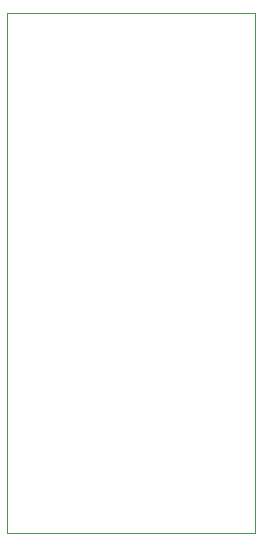
<source format=gm1>
G04 #@! TF.GenerationSoftware,KiCad,Pcbnew,(5.1.9)-1*
G04 #@! TF.CreationDate,2021-11-21T23:00:06-05:00*
G04 #@! TF.ProjectId,sst39-32,73737433-392d-4333-922e-6b696361645f,rev?*
G04 #@! TF.SameCoordinates,Original*
G04 #@! TF.FileFunction,Profile,NP*
%FSLAX46Y46*%
G04 Gerber Fmt 4.6, Leading zero omitted, Abs format (unit mm)*
G04 Created by KiCad (PCBNEW (5.1.9)-1) date 2021-11-21 23:00:06*
%MOMM*%
%LPD*%
G01*
G04 APERTURE LIST*
G04 #@! TA.AperFunction,Profile*
%ADD10C,0.050000*%
G04 #@! TD*
G04 APERTURE END LIST*
D10*
X75000000Y-104000000D02*
X75000000Y-60000000D01*
X96000000Y-104000000D02*
X75000000Y-104000000D01*
X96000000Y-60000000D02*
X96000000Y-104000000D01*
X75000000Y-60000000D02*
X96000000Y-60000000D01*
M02*

</source>
